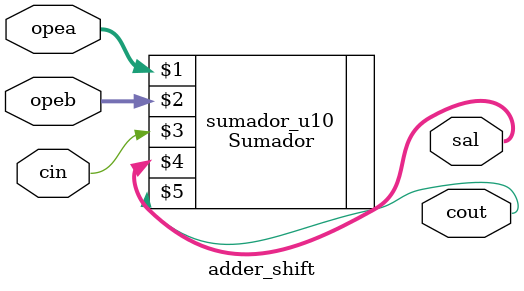
<source format=v>

module adder_shift#(
	parameter		N = 32	//ancho de operadores
  )(
 	input		[N-1:0]	opea,		//operador a
 	input		[N-1:0]	opeb,
	input					cin,		//acarreo de entrada
	output	[N-1:0]	sal,		//resultado
	output				cout		//acarreo de salida
 
);

 Sumador sumador_u10 (
 
 	opea,		//operador a
	opeb,		//operador b
	cin,		//acarreo de entrada
	sal,		//resultado
	cout		//acarreo de salida
 
 );
 
 endmodule

</source>
